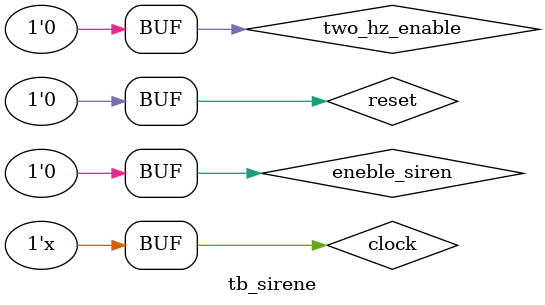
<source format=v>
`timescale 1ns/1ps

module tb_sirene;

reg clock, reset;
reg eneble_siren, two_hz_enable;
wire siren, color;

gerador_sirene alarme (
    .clock(clock), .reset(reset),
    .eneble_siren(eneble_siren), .two_hz_enable(two_hz_enable),
    .siren(siren), .color(color)
);

localparam PERIOD = 10;
localparam PULSE = 11;

always #(PERIOD/2) clock = ~clock;

initial begin
    clock <= 1'b0;
    reset <= 1'b1;
    #PERIOD;
    reset <= 1'b0;
    eneble_siren <= 1'b1;
    #PERIOD;
    two_hz_enable <= 1'b1;
    #PULSE;
    two_hz_enable <= 1'b0;
    #PERIOD;
    two_hz_enable <= 1'b1;
    #PULSE;
    two_hz_enable <= 1'b0;
    #PERIOD;
    eneble_siren <= 1'b0;
    #PERIOD;
end

endmodule
</source>
